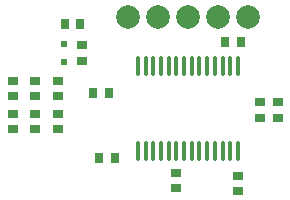
<source format=gtp>
%FSTAX23Y23*%
%MOIN*%
%SFA1B1*%

%IPPOS*%
%ADD16R,0.027560X0.037400*%
%ADD17R,0.037400X0.027560*%
%ADD18C,0.078740*%
%ADD19R,0.019680X0.023620*%
%ADD20O,0.015750X0.064960*%
%LNmidi_stick-1*%
%LPD*%
G54D16*
X03525Y0276D03*
X03474D03*
X03945Y03145D03*
X03894D03*
X0341Y03205D03*
X03359D03*
X03505Y02975D03*
X03453D03*
G54D17*
X03936Y027D03*
Y02649D03*
X03731Y0271D03*
Y02659D03*
X0407Y02894D03*
Y02945D03*
X0401Y02894D03*
Y02945D03*
X03415Y03084D03*
Y03135D03*
X03335Y03016D03*
Y02965D03*
X0326Y03016D03*
Y02965D03*
X03185Y03016D03*
Y02965D03*
Y02855D03*
Y02906D03*
X0326Y02855D03*
Y02906D03*
X03335Y02855D03*
Y02906D03*
G54D18*
X0357Y0323D03*
X0367D03*
X0377D03*
X0387D03*
X0397D03*
G54D19*
X03355Y03139D03*
Y0308D03*
G54D20*
X03603Y02782D03*
X03629D03*
X03654D03*
X0368D03*
X03706D03*
X03731D03*
X03757D03*
X03782D03*
X03808D03*
X03833D03*
X03859D03*
X03885D03*
X0391D03*
X03936D03*
X03603Y03067D03*
X03629D03*
X03654D03*
X0368D03*
X03706D03*
X03731D03*
X03757D03*
X03782D03*
X03808D03*
X03833D03*
X03859D03*
X03885D03*
X0391D03*
X03936D03*
M02*
</source>
